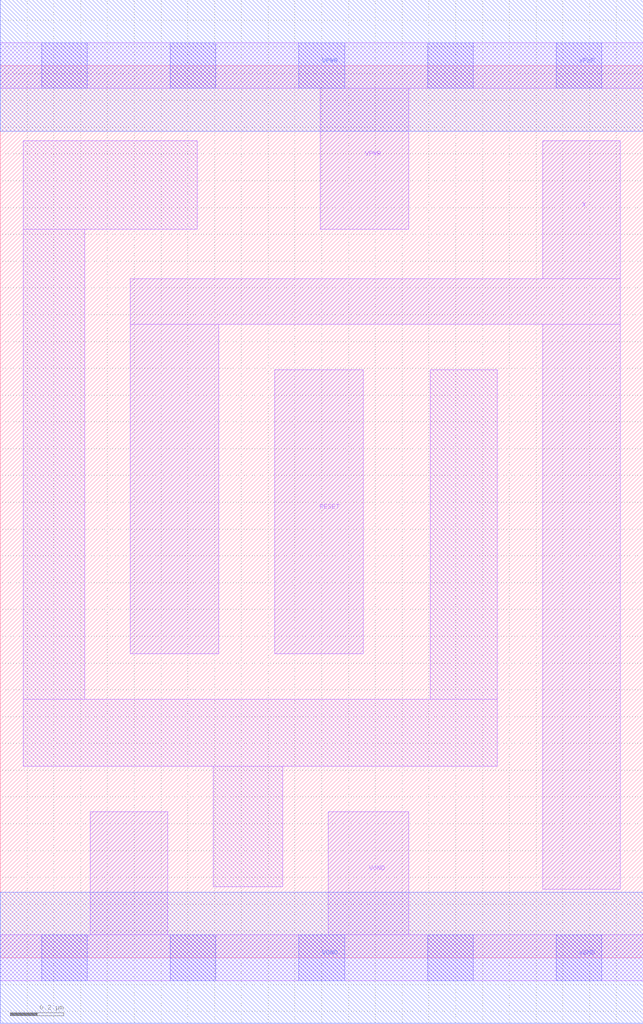
<source format=lef>
# Copyright 2020 The SkyWater PDK Authors
#
# Licensed under the Apache License, Version 2.0 (the "License");
# you may not use this file except in compliance with the License.
# You may obtain a copy of the License at
#
#     https://www.apache.org/licenses/LICENSE-2.0
#
# Unless required by applicable law or agreed to in writing, software
# distributed under the License is distributed on an "AS IS" BASIS,
# WITHOUT WARRANTIES OR CONDITIONS OF ANY KIND, either express or implied.
# See the License for the specific language governing permissions and
# limitations under the License.
#
# SPDX-License-Identifier: Apache-2.0

VERSION 5.7 ;
  NAMESCASESENSITIVE ON ;
  NOWIREEXTENSIONATPIN ON ;
  DIVIDERCHAR "/" ;
  BUSBITCHARS "[]" ;
UNITS
  DATABASE MICRONS 200 ;
END UNITS
MACRO sky130_fd_sc_lp__bushold_1
  CLASS CORE ;
  SOURCE USER ;
  FOREIGN sky130_fd_sc_lp__bushold_1 ;
  ORIGIN  0.000000  0.000000 ;
  SIZE  2.400000 BY  3.330000 ;
  SYMMETRY X Y ;
  SITE unit ;
  PIN RESET
    ANTENNAGATEAREA  0.126000 ;
    DIRECTION INPUT ;
    USE SIGNAL ;
    PORT
      LAYER li1 ;
        RECT 1.025000 1.135000 1.355000 2.195000 ;
    END
  END RESET
  PIN X
    ANTENNADIFFAREA  0.222600 ;
    ANTENNAGATEAREA  0.126000 ;
    DIRECTION INOUT ;
    USE SIGNAL ;
    PORT
      LAYER li1 ;
        RECT 0.485000 1.135000 0.815000 2.365000 ;
        RECT 0.485000 2.365000 2.315000 2.535000 ;
        RECT 2.025000 0.255000 2.315000 2.365000 ;
        RECT 2.025000 2.535000 2.315000 3.050000 ;
    END
  END X
  PIN VGND
    DIRECTION INOUT ;
    USE GROUND ;
    PORT
      LAYER li1 ;
        RECT 0.000000 -0.085000 2.400000 0.085000 ;
        RECT 0.335000  0.085000 0.625000 0.545000 ;
        RECT 1.225000  0.085000 1.525000 0.545000 ;
      LAYER mcon ;
        RECT 0.155000 -0.085000 0.325000 0.085000 ;
        RECT 0.635000 -0.085000 0.805000 0.085000 ;
        RECT 1.115000 -0.085000 1.285000 0.085000 ;
        RECT 1.595000 -0.085000 1.765000 0.085000 ;
        RECT 2.075000 -0.085000 2.245000 0.085000 ;
      LAYER met1 ;
        RECT 0.000000 -0.245000 2.400000 0.245000 ;
    END
  END VGND
  PIN VPWR
    DIRECTION INOUT ;
    USE POWER ;
    PORT
      LAYER li1 ;
        RECT 0.000000 3.245000 2.400000 3.415000 ;
        RECT 1.195000 2.720000 1.525000 3.245000 ;
      LAYER mcon ;
        RECT 0.155000 3.245000 0.325000 3.415000 ;
        RECT 0.635000 3.245000 0.805000 3.415000 ;
        RECT 1.115000 3.245000 1.285000 3.415000 ;
        RECT 1.595000 3.245000 1.765000 3.415000 ;
        RECT 2.075000 3.245000 2.245000 3.415000 ;
      LAYER met1 ;
        RECT 0.000000 3.085000 2.400000 3.575000 ;
    END
  END VPWR
  OBS
    LAYER li1 ;
      RECT 0.085000 0.715000 1.855000 0.965000 ;
      RECT 0.085000 0.965000 0.315000 2.720000 ;
      RECT 0.085000 2.720000 0.735000 3.050000 ;
      RECT 0.795000 0.265000 1.055000 0.715000 ;
      RECT 1.605000 0.965000 1.855000 2.195000 ;
  END
END sky130_fd_sc_lp__bushold_1

</source>
